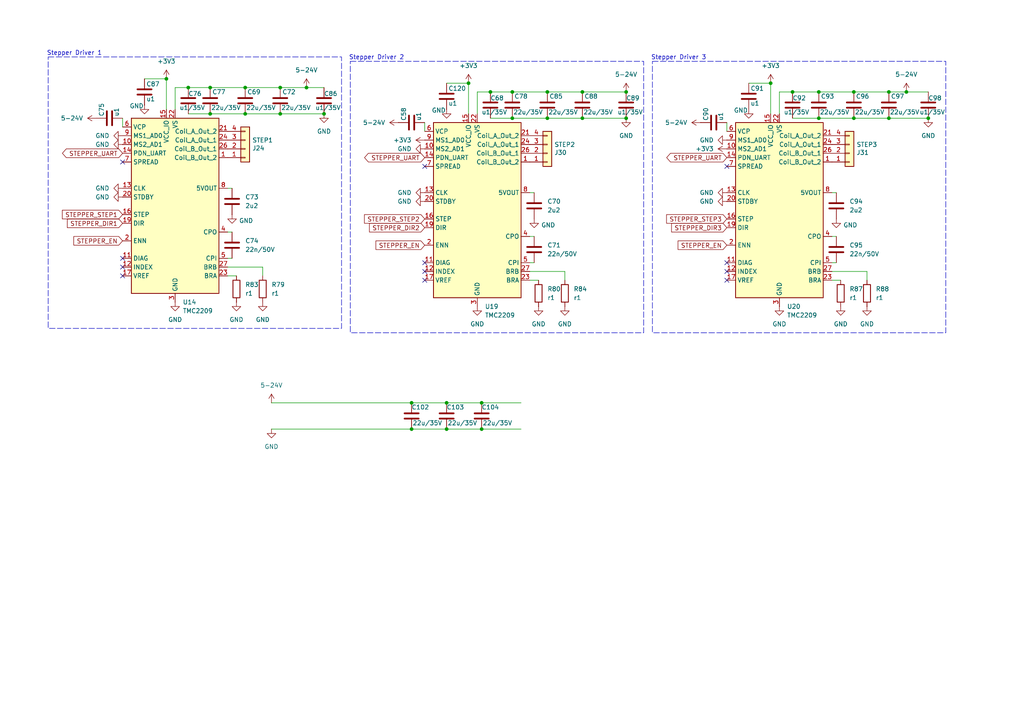
<source format=kicad_sch>
(kicad_sch (version 20231120) (generator "eeschema") (generator_version "8.0")
  (paper "A4")
  (lib_symbols
    (symbol "Connector_Generic:Conn_01x04" (pin_names (offset 1.016) hide)
      (property "Reference" "J" (at 0 5.08 0))
      (property "Value" "Conn_01x04" (at 0 -7.62 0))
      (symbol "Conn_01x04_1_1"
        (rectangle (start -1.27 -4.953) (end 0 -5.207) (stroke (width 0.1524)))
        (rectangle (start -1.27 -2.413) (end 0 -2.667) (stroke (width 0.1524)))
        (rectangle (start -1.27 0.127) (end 0 -0.127) (stroke (width 0.1524)))
        (rectangle (start -1.27 2.667) (end 0 2.413) (stroke (width 0.1524)))
        (rectangle (start -1.27 3.81) (end 1.27 -6.35) (stroke (width 0.254)) (fill (type background)))
        (pin passive line (at -5.08 2.54 0) (length 3.81) (name "Pin_1") (number "1"))
        (pin passive line (at -5.08 0 0) (length 3.81) (name "Pin_2") (number "2"))
        (pin passive line (at -5.08 -2.54 0) (length 3.81) (name "Pin_3") (number "3"))
        (pin passive line (at -5.08 -5.08 0) (length 3.81) (name "Pin_4") (number "4"))
      )
    )
    (symbol "Device:C" (pin_numbers hide) (pin_names (offset 0.254))
      (property "Reference" "C" (at 0.635 2.54 0))
      (property "Value" "C" (at 0.635 -2.54 0))
      (symbol "C_0_1"
        (polyline (pts (xy -2.032 -0.762) (xy 2.032 -0.762)) (stroke (width 0.508)))
        (polyline (pts (xy -2.032 0.762) (xy 2.032 0.762)) (stroke (width 0.508)))
      )
      (symbol "C_1_1"
        (pin passive line (at 0 3.81 270) (length 2.794) (name "~") (number "1"))
        (pin passive line (at 0 -3.81 90) (length 2.794) (name "~") (number "2"))
      )
    )
    (symbol "Device:R" (pin_numbers hide) (pin_names (offset 0))
      (property "Reference" "R" (at 2.032 0 90))
      (property "Value" "R" (at 0 0 90))
      (symbol "R_0_1"
        (rectangle (start -1.016 -2.54) (end 1.016 2.54) (stroke (width 0.254)))
      )
      (symbol "R_1_1"
        (pin passive line (at 0 3.81 270) (length 1.27) (name "~") (number "1"))
        (pin passive line (at 0 -3.81 90) (length 1.27) (name "~") (number "2"))
      )
    )
    (symbol "liebler_SEMICONDUCTORS:TMC2209"
      (property "Reference" "U" (at -12.7 -26.67 0))
      (property "Value" "TMC2209" (at 7.62 -26.67 0))
      (symbol "TMC2209_1_1"
        (rectangle (start -12.7 25.4) (end 12.7 -25.4) (stroke (width 0.254)) (fill (type background)))
        (pin output line (at 15.24 13.97 180) (length 2.54) (name "Coil_B_Out_2") (number "1"))
        (pin input line (at -15.24 17.78 0) (length 2.54) (name "MS2_AD1") (number "10"))
        (pin output line (at -15.24 -15.24 0) (length 2.54) (name "DIAG") (number "11"))
        (pin output line (at -15.24 -17.78 0) (length 2.54) (name "INDEX") (number "12"))
        (pin input line (at -15.24 5.08 0) (length 2.54) (name "CLK") (number "13"))
        (pin bidirectional line (at -15.24 15.24 0) (length 2.54) (name "PDN_UART") (number "14"))
        (pin power_in line (at -2.54 27.94 270) (length 2.54) (name "VCC_IO") (number "15"))
        (pin input line (at -15.24 -2.54 0) (length 2.54) (name "STEP") (number "16"))
        (pin input line (at -15.24 -20.32 0) (length 2.54) (name "VREF") (number "17"))
        (pin passive line (at 0 -27.94 90) (length 2.54) hide (name "GND") (number "18"))
        (pin input line (at -15.24 -5.08 0) (length 2.54) (name "DIR") (number "19"))
        (pin input line (at -15.24 -10.16 0) (length 2.54) (name "ENN") (number "2"))
        (pin input line (at -15.24 2.54 0) (length 2.54) (name "STDBY") (number "20"))
        (pin output line (at 15.24 21.59 180) (length 2.54) (name "Coil_A_Out_2") (number "21"))
        (pin power_in line (at 0 27.94 270) (length 2.54) (name "VS") (number "22"))
        (pin passive line (at 15.24 -20.32 180) (length 2.54) (name "BRA") (number "23"))
        (pin output line (at 15.24 19.05 180) (length 2.54) (name "Coil_A_Out_1") (number "24"))
        (pin no_connect line (at 12.7 0 180) (length 2.54) hide (name "NC") (number "25"))
        (pin output line (at 15.24 16.51 180) (length 2.54) (name "Coil_B_Out_1") (number "26"))
        (pin passive line (at 15.24 -17.78 180) (length 2.54) (name "BRB") (number "27"))
        (pin passive line (at 0 27.94 270) (length 2.54) hide (name "VS") (number "28"))
        (pin passive line (at 0 -27.94 90) (length 2.54) hide (name "PAD") (number "29"))
        (pin power_in line (at 0 -27.94 90) (length 2.54) (name "GND") (number "3"))
        (pin passive line (at 15.24 -7.62 180) (length 2.54) (name "CPO") (number "4"))
        (pin passive line (at 15.24 -15.24 180) (length 2.54) (name "CPI") (number "5"))
        (pin passive line (at -15.24 22.86 0) (length 2.54) (name "VCP") (number "6"))
        (pin input line (at -15.24 12.7 0) (length 2.54) (name "SPREAD") (number "7"))
        (pin power_out line (at 15.24 5.08 180) (length 2.54) (name "5VOUT") (number "8"))
        (pin input line (at -15.24 20.32 0) (length 2.54) (name "MS1_AD0") (number "9"))
      )
    )
    (symbol "power:+3V3" (power) (pin_numbers hide) (pin_names (offset 0) hide)
      (property "Value" "+3V3" (at 0 3.556 0))
      (symbol "+3V3_0_1"
        (polyline (pts (xy -0.762 1.27) (xy 0 2.54)))
        (polyline (pts (xy 0 0) (xy 0 2.54)))
        (polyline (pts (xy 0 2.54) (xy 0.762 1.27)))
      )
      (symbol "+3V3_1_1"
        (pin power_in line (at 0 0 90) (length 0) (name "~") (number "1"))
      )
    )
    (symbol "power:+VSW" (power) (pin_numbers hide) (pin_names (offset 0) hide)
      (property "Value" "+VSW" (at 0 3.556 0))
      (symbol "+VSW_0_1"
        (polyline (pts (xy -0.762 1.27) (xy 0 2.54)))
        (polyline (pts (xy 0 0) (xy 0 2.54)))
        (polyline (pts (xy 0 2.54) (xy 0.762 1.27)))
      )
      (symbol "+VSW_1_1"
        (pin power_in line (at 0 0 90) (length 0) (name "~") (number "1"))
      )
    )
    (symbol "power:GND" (power) (pin_numbers hide) (pin_names (offset 0) hide)
      (property "Value" "GND" (at 0 -3.81 0))
      (symbol "GND_0_1"
        (polyline (pts (xy 0 0) (xy 0 -1.27) (xy 1.27 -1.27) (xy 0 -2.54) (xy -1.27 -1.27) (xy 0 -1.27)))
      )
      (symbol "GND_1_1"
        (pin power_in line (at 0 0 270) (length 0) (name "~") (number "1"))
      )
    )
  )
  (junction (at 119.38 116.84))
  (junction (at 257.81 26.67))
  (junction (at 71.12 25.4))
  (junction (at 60.96 25.4))
  (junction (at 257.81 34.29))
  (junction (at 139.7 116.84))
  (junction (at 237.49 26.67))
  (junction (at 168.91 34.29))
  (junction (at 247.65 26.67))
  (junction (at 148.59 34.29))
  (junction (at 139.7 124.46))
  (junction (at 229.87 26.67))
  (junction (at 119.38 124.46))
  (junction (at 129.54 116.84))
  (junction (at 148.59 26.67))
  (junction (at 181.61 34.29))
  (junction (at 237.49 34.29))
  (junction (at 60.96 33.02))
  (junction (at 81.28 25.4))
  (junction (at 247.65 34.29))
  (junction (at 223.52 24.13))
  (junction (at 88.9 25.4))
  (junction (at 158.75 26.67))
  (junction (at 48.26 22.86))
  (junction (at 142.24 26.67))
  (junction (at 54.61 25.4))
  (junction (at 262.89 26.67))
  (junction (at 269.24 34.29))
  (junction (at 93.98 33.02))
  (junction (at 71.12 33.02))
  (junction (at 181.61 26.67))
  (junction (at 168.91 26.67))
  (junction (at 81.28 33.02))
  (junction (at 135.89 24.13))
  (junction (at 158.75 34.29))
  (junction (at 129.54 124.46))
  (no_connect (at 35.56 80.01))
  (no_connect (at 210.82 81.28))
  (no_connect (at 123.19 81.28))
  (no_connect (at 35.56 77.47))
  (no_connect (at 35.56 74.93))
  (no_connect (at 123.19 48.26))
  (no_connect (at 210.82 78.74))
  (no_connect (at 123.19 76.2))
  (no_connect (at 210.82 76.2))
  (no_connect (at 210.82 48.26))
  (no_connect (at 123.19 78.74))
  (no_connect (at 35.56 46.99))
  (wire (pts (xy 50.8 25.4) (xy 54.61 25.4)))
  (wire (pts (xy 257.81 26.67) (xy 262.89 26.67)))
  (wire (pts (xy 66.04 74.93) (xy 67.31 74.93)))
  (wire (pts (xy 241.3 68.58) (xy 242.57 68.58)))
  (wire (pts (xy 226.06 33.02) (xy 226.06 26.67)))
  (wire (pts (xy 241.3 78.74) (xy 251.46 78.74)))
  (wire (pts (xy 210.82 35.56) (xy 210.82 38.1)))
  (wire (pts (xy 54.61 25.4) (xy 60.96 25.4)))
  (wire (pts (xy 257.81 34.29) (xy 269.24 34.29)))
  (wire (pts (xy 153.67 68.58) (xy 154.94 68.58)))
  (wire (pts (xy 241.3 81.28) (xy 243.84 81.28)))
  (wire (pts (xy 119.38 116.84) (xy 129.54 116.84)))
  (wire (pts (xy 54.61 33.02) (xy 60.96 33.02)))
  (wire (pts (xy 153.67 81.28) (xy 156.21 81.28)))
  (wire (pts (xy 139.7 116.84) (xy 151.13 116.84)))
  (wire (pts (xy 129.54 116.84) (xy 139.7 116.84)))
  (wire (pts (xy 158.75 26.67) (xy 168.91 26.67)))
  (wire (pts (xy 60.96 25.4) (xy 71.12 25.4)))
  (wire (pts (xy 223.52 24.13) (xy 217.17 24.13)))
  (wire (pts (xy 139.7 124.46) (xy 151.13 124.46)))
  (wire (pts (xy 168.91 26.67) (xy 181.61 26.67)))
  (wire (pts (xy 81.28 33.02) (xy 93.98 33.02)))
  (wire (pts (xy 66.04 54.61) (xy 67.31 54.61)))
  (wire (pts (xy 66.04 67.31) (xy 67.31 67.31)))
  (wire (pts (xy 241.3 55.88) (xy 242.57 55.88)))
  (wire (pts (xy 262.89 26.67) (xy 269.24 26.67)))
  (wire (pts (xy 163.83 78.74) (xy 163.83 81.28)))
  (wire (pts (xy 241.3 76.2) (xy 242.57 76.2)))
  (wire (pts (xy 78.74 116.84) (xy 119.38 116.84)))
  (wire (pts (xy 135.89 33.02) (xy 135.89 24.13)))
  (wire (pts (xy 153.67 55.88) (xy 154.94 55.88)))
  (wire (pts (xy 71.12 25.4) (xy 81.28 25.4)))
  (wire (pts (xy 229.87 34.29) (xy 237.49 34.29)))
  (wire (pts (xy 60.96 33.02) (xy 71.12 33.02)))
  (wire (pts (xy 153.67 78.74) (xy 163.83 78.74)))
  (wire (pts (xy 226.06 26.67) (xy 229.87 26.67)))
  (wire (pts (xy 158.75 34.29) (xy 168.91 34.29)))
  (wire (pts (xy 223.52 33.02) (xy 223.52 24.13)))
  (wire (pts (xy 168.91 34.29) (xy 181.61 34.29)))
  (wire (pts (xy 142.24 26.67) (xy 148.59 26.67)))
  (wire (pts (xy 237.49 26.67) (xy 247.65 26.67)))
  (wire (pts (xy 50.8 31.75) (xy 50.8 25.4)))
  (wire (pts (xy 129.54 124.46) (xy 139.7 124.46)))
  (wire (pts (xy 142.24 34.29) (xy 148.59 34.29)))
  (wire (pts (xy 76.2 77.47) (xy 76.2 80.01)))
  (wire (pts (xy 237.49 34.29) (xy 247.65 34.29)))
  (wire (pts (xy 119.38 124.46) (xy 129.54 124.46)))
  (wire (pts (xy 251.46 78.74) (xy 251.46 81.28)))
  (wire (pts (xy 247.65 34.29) (xy 257.81 34.29)))
  (wire (pts (xy 66.04 77.47) (xy 76.2 77.47)))
  (wire (pts (xy 48.26 31.75) (xy 48.26 22.86)))
  (wire (pts (xy 148.59 34.29) (xy 158.75 34.29)))
  (wire (pts (xy 71.12 33.02) (xy 81.28 33.02)))
  (wire (pts (xy 123.19 35.56) (xy 123.19 38.1)))
  (wire (pts (xy 229.87 26.67) (xy 237.49 26.67)))
  (wire (pts (xy 138.43 33.02) (xy 138.43 26.67)))
  (wire (pts (xy 66.04 80.01) (xy 68.58 80.01)))
  (wire (pts (xy 81.28 25.4) (xy 88.9 25.4)))
  (wire (pts (xy 138.43 26.67) (xy 142.24 26.67)))
  (wire (pts (xy 78.74 124.46) (xy 119.38 124.46)))
  (wire (pts (xy 247.65 26.67) (xy 257.81 26.67)))
  (wire (pts (xy 135.89 24.13) (xy 129.54 24.13)))
  (wire (pts (xy 153.67 76.2) (xy 154.94 76.2)))
  (wire (pts (xy 148.59 26.67) (xy 158.75 26.67)))
  (wire (pts (xy 35.56 34.29) (xy 35.56 36.83)))
  (wire (pts (xy 88.9 25.4) (xy 93.98 25.4)))
  (wire (pts (xy 48.26 22.86) (xy 41.91 22.86)))
  (rectangle (start 189.23 17.78) (end 274.32 96.52) (stroke (width 0) (type dash)))
  (rectangle (start 13.97 16.51) (end 99.06 95.25) (stroke (width 0) (type dash)))
  (rectangle (start 101.6 17.78) (end 186.69 96.52) (stroke (width 0) (type dash)))
  (text "Stepper Driver 3" (at 196.85 16.764 0) (effects (font (size 1.27 1.27))))
  (text "Stepper Driver 1" (at 21.59 15.494 0) (effects (font (size 1.27 1.27))))
  (text "Stepper Driver 2" (at 109.22 16.764 0) (effects (font (size 1.27 1.27))))
  (global_label "STEPPER_EN" (shape input) (at 35.56 69.85 180) (property "Intersheetrefs" "${INTERSHEET_REFS}" (effects (hide yes))))
  (global_label "STEPPER_DIR3" (shape input) (at 210.82 66.04 180) (property "Intersheetrefs" "${INTERSHEET_REFS}" (effects (hide yes))))
  (global_label "STEPPER_STEP2" (shape input) (at 123.19 63.5 180) (property "Intersheetrefs" "${INTERSHEET_REFS}" (effects (hide yes))))
  (global_label "STEPPER_UART" (shape bidirectional) (at 210.82 45.72 180) (property "Intersheetrefs" "${INTERSHEET_REFS}" (effects (hide yes))))
  (global_label "STEPPER_STEP1" (shape input) (at 35.56 62.23 180) (property "Intersheetrefs" "${INTERSHEET_REFS}" (effects (hide yes))))
  (global_label "STEPPER_EN" (shape input) (at 210.82 71.12 180) (property "Intersheetrefs" "${INTERSHEET_REFS}" (effects (hide yes))))
  (global_label "STEPPER_DIR2" (shape input) (at 123.19 66.04 180) (property "Intersheetrefs" "${INTERSHEET_REFS}" (effects (hide yes))))
  (global_label "STEPPER_UART" (shape bidirectional) (at 123.19 45.72 180) (property "Intersheetrefs" "${INTERSHEET_REFS}" (effects (hide yes))))
  (global_label "STEPPER_STEP3" (shape input) (at 210.82 63.5 180) (property "Intersheetrefs" "${INTERSHEET_REFS}" (effects (hide yes))))
  (global_label "STEPPER_DIR1" (shape input) (at 35.56 64.77 180) (property "Intersheetrefs" "${INTERSHEET_REFS}" (effects (hide yes))))
  (global_label "STEPPER_UART" (shape bidirectional) (at 35.56 44.45 180) (property "Intersheetrefs" "${INTERSHEET_REFS}" (effects (hide yes))))
  (global_label "STEPPER_EN" (shape input) (at 123.19 71.12 180) (property "Intersheetrefs" "${INTERSHEET_REFS}" (effects (hide yes))))
  (symbol (lib_id "Device:C") (at 242.57 72.39 0) (unit 1)
    (property "Reference" "C95" (at 246.38 71.1199 0) (effects (justify left)))
    (property "Value" "22n/50V" (at 246.38 73.6599 0) (effects (justify left)))
    (property "Footprint" "Capacitor_SMD:C_0402_1005Metric" (effects (hide yes)))
    (property "Description" "Unpolarized capacitor" (effects (hide yes)))
    (property "MPN" "GRM155R71H223KA12D" (effects (hide yes)))
    (property "Manufacturer" "Murata Electronics" (effects (hide yes)))
  )
  (symbol (lib_id "power:GND") (at 269.24 34.29 0) (unit 1)
    (property "Reference" "#PWR0273" (effects (hide yes)))
    (property "Value" "GND" (at 269.24 39.37 0))
    (property "Description" "Power symbol creates a global label with name \"GND\" , ground" (effects (hide yes)))
  )
  (symbol (lib_id "Device:C") (at 71.12 29.21 180) (unit 1)
    (property "Reference" "C69" (at 73.66 26.67 0))
    (property "Value" "22u/35V" (at 75.692 31.242 0))
    (property "Footprint" "Capacitor_SMD:C_0805_2012Metric" (effects (hide yes)))
    (property "MPN" "CGA0805X5R106K350MT" (effects (hide yes)))
    (property "Manufacturer" "HRE" (effects (hide yes)))
  )
  (symbol (lib_id "Device:C") (at 31.75 34.29 90) (unit 1)
    (property "Reference" "C75" (at 29.464 33.782 0) (effects (justify left)))
    (property "Value" "u1" (at 33.782 33.782 0) (effects (justify left)))
    (property "Footprint" "Capacitor_SMD:C_0201_0603Metric" (effects (hide yes)))
    (property "Description" "Unpolarized capacitor" (effects (hide yes)))
    (property "MPN" "GRM033R61A104KE15D" (effects (hide yes)))
    (property "Manufacturer" "Murata Electronics" (effects (hide yes)))
  )
  (symbol (lib_id "power:+VSW") (at 203.2 35.56 90) (unit 1)
    (property "Reference" "#PWR0245" (effects (hide yes)))
    (property "Value" "5-24V" (at 199.39 35.5599 90) (effects (justify left)))
    (property "Description" "Power symbol creates a global label with name \"+VSW\"" (effects (hide yes)))
  )
  (symbol (lib_id "liebler_SEMICONDUCTORS:TMC2209") (at 226.06 60.96 0) (unit 1)
    (property "Reference" "U20" (at 228.2541 88.9 0) (effects (justify left)))
    (property "Value" "TMC2209" (at 228.2541 91.44 0) (effects (justify left)))
    (property "Footprint" "Package_DFN_QFN:QFN-28-1EP_5x5mm_P0.5mm_EP3.75x3.75mm_ThermalVias" (effects (hide yes)))
    (property "Datasheet" "https://www.analog.com/media/en/technical-documentation/data-sheets/TMC2202_TMC2208_TMC2224_datasheet_rev1.13.pdf" (effects (hide yes)))
    (property "Description" "Standalone driver for two-phase bipolar stepper motor, 2A, 4.75… 36V, UART, internal FETs, QFN28" (effects (hide yes)))
    (property "MPN" "TMC2209-LA-T" (effects (hide yes)))
    (property "Manufacturer" "TRINAMIC Motion Control GmbH" (effects (hide yes)))
  )
  (symbol (lib_id "power:GND") (at 41.91 30.48 0) (unit 1)
    (property "Reference" "#PWR0237" (effects (hide yes)))
    (property "Value" "GND" (at 39.624 30.734 0))
    (property "Description" "Power symbol creates a global label with name \"GND\" , ground" (effects (hide yes)))
  )
  (symbol (lib_id "liebler_SEMICONDUCTORS:TMC2209") (at 50.8 59.69 0) (unit 1)
    (property "Reference" "U14" (at 52.9941 87.63 0) (effects (justify left)))
    (property "Value" "TMC2209" (at 52.9941 90.17 0) (effects (justify left)))
    (property "Footprint" "Package_DFN_QFN:QFN-28-1EP_5x5mm_P0.5mm_EP3.75x3.75mm_ThermalVias" (effects (hide yes)))
    (property "Datasheet" "https://www.analog.com/media/en/technical-documentation/data-sheets/TMC2202_TMC2208_TMC2224_datasheet_rev1.13.pdf" (effects (hide yes)))
    (property "Description" "Standalone driver for two-phase bipolar stepper motor, 2A, 4.75… 36V, UART, internal FETs, QFN28" (effects (hide yes)))
    (property "MPN" "TMC2209-LA-T" (effects (hide yes)))
    (property "Manufacturer" "TRINAMIC Motion Control GmbH" (effects (hide yes)))
  )
  (symbol (lib_id "power:GND") (at 67.31 62.23 0) (unit 1)
    (property "Reference" "#PWR0174" (effects (hide yes)))
    (property "Value" "GND" (at 71.374 64.008 0))
    (property "Description" "Power symbol creates a global label with name \"GND\" , ground" (effects (hide yes)))
  )
  (symbol (lib_id "power:GND") (at 76.2 87.63 0) (unit 1)
    (property "Reference" "#PWR0173" (effects (hide yes)))
    (property "Value" "GND" (at 76.2 92.71 0))
    (property "Description" "Power symbol creates a global label with name \"GND\" , ground" (effects (hide yes)))
  )
  (symbol (lib_id "Connector_Generic:Conn_01x04") (at 246.38 44.45 0) (mirror x) (unit 1)
    (property "Reference" "J31" (at 248.412 44.2468 0) (effects (justify left)))
    (property "Value" "STEP3" (at 248.412 41.9354 0) (effects (justify left)))
    (property "Footprint" "liebler_CONN:JST_XH_S4B-XH-A-1_1x04_P2.50mm_Horizontal_SmallerCourtyard" (effects (hide yes)))
    (property "MPN" "XH-4AW" (effects (hide yes)))
    (property "Manufacturer" "BOOMELE(Boom Precision Elec)" (effects (hide yes)))
  )
  (symbol (lib_id "Device:C") (at 154.94 59.69 0) (unit 1)
    (property "Reference" "C70" (at 158.75 58.4199 0) (effects (justify left)))
    (property "Value" "2u2" (at 158.75 60.9599 0) (effects (justify left)))
    (property "Footprint" "Capacitor_SMD:C_0402_1005Metric" (effects (hide yes)))
    (property "Description" "Unpolarized capacitor" (effects (hide yes)))
    (property "MPN" "CL05A225MQ5NSNC" (effects (hide yes)))
    (property "Manufacturer" "Samsung Electro-Mechanics" (effects (hide yes)))
  )
  (symbol (lib_id "power:+VSW") (at 88.9 25.4 0) (unit 1)
    (property "Reference" "#PWR0257" (effects (hide yes)))
    (property "Value" "5-24V" (at 88.9 20.32 0))
    (property "Description" "Power symbol creates a global label with name \"+VSW\"" (effects (hide yes)))
  )
  (symbol (lib_id "power:+3V3") (at 223.52 24.13 0) (unit 1)
    (property "Reference" "#PWR0267" (effects (hide yes)))
    (property "Value" "+3V3" (at 223.52 19.05 0))
    (property "Description" "Power symbol creates a global label with name \"+3V3\"" (effects (hide yes)))
  )
  (symbol (lib_id "power:GND") (at 35.56 39.37 270) (unit 1)
    (property "Reference" "#PWR0242" (effects (hide yes)))
    (property "Value" "GND" (at 31.75 39.3699 90) (effects (justify right)))
    (property "Description" "Power symbol creates a global label with name \"GND\" , ground" (effects (hide yes)))
  )
  (symbol (lib_id "Device:C") (at 217.17 27.94 0) (unit 1)
    (property "Reference" "C91" (at 217.678 25.654 0) (effects (justify left)))
    (property "Value" "u1" (at 217.678 29.972 0) (effects (justify left)))
    (property "Footprint" "Capacitor_SMD:C_0201_0603Metric" (effects (hide yes)))
    (property "Description" "Unpolarized capacitor" (effects (hide yes)))
    (property "MPN" "GRM033R61A104KE15D" (effects (hide yes)))
    (property "Manufacturer" "Murata Electronics" (effects (hide yes)))
  )
  (symbol (lib_id "Device:R") (at 251.46 85.09 0) (unit 1)
    (property "Reference" "R88" (at 254 83.8199 0) (effects (justify left)))
    (property "Value" "r1" (at 254 86.3599 0) (effects (justify left)))
    (property "Footprint" "Resistor_SMD:R_1206_3216Metric" (effects (hide yes)))
    (property "Description" "Resistor" (effects (hide yes)))
    (property "MPN" "201007F100LT4E" (effects (hide yes)))
    (property "Manufacturer" "UNI-ROYAL(Uniroyal Elec)" (effects (hide yes)))
  )
  (symbol (lib_id "power:GND") (at 226.06 88.9 0) (unit 1)
    (property "Reference" "#PWR0268" (effects (hide yes)))
    (property "Value" "GND" (at 226.06 93.98 0))
    (property "Description" "Power symbol creates a global label with name \"GND\" , ground" (effects (hide yes)))
  )
  (symbol (lib_id "power:+3V3") (at 210.82 43.18 90) (unit 1)
    (property "Reference" "#PWR0248" (effects (hide yes)))
    (property "Value" "+3V3" (at 207.01 43.1799 90) (effects (justify left)))
    (property "Description" "Power symbol creates a global label with name \"+3V3\"" (effects (hide yes)))
  )
  (symbol (lib_id "Connector_Generic:Conn_01x04") (at 71.12 43.18 0) (mirror x) (unit 1)
    (property "Reference" "J24" (at 73.152 42.9768 0) (effects (justify left)))
    (property "Value" "STEP1" (at 73.152 40.6654 0) (effects (justify left)))
    (property "Footprint" "liebler_CONN:JST_XH_S4B-XH-A-1_1x04_P2.50mm_Horizontal_SmallerCourtyard" (effects (hide yes)))
    (property "MPN" "XH-4AW" (effects (hide yes)))
    (property "Manufacturer" "BOOMELE(Boom Precision Elec)" (effects (hide yes)))
  )
  (symbol (lib_id "power:GND") (at 68.58 87.63 0) (unit 1)
    (property "Reference" "#PWR0169" (effects (hide yes)))
    (property "Value" "GND" (at 68.58 92.71 0))
    (property "Description" "Power symbol creates a global label with name \"GND\" , ground" (effects (hide yes)))
  )
  (symbol (lib_id "power:GND") (at 210.82 58.42 270) (unit 1)
    (property "Reference" "#PWR0265" (effects (hide yes)))
    (property "Value" "GND" (at 207.01 58.4199 90) (effects (justify right)))
    (property "Description" "Power symbol creates a global label with name \"GND\" , ground" (effects (hide yes)))
  )
  (symbol (lib_id "Device:C") (at 158.75 30.48 180) (unit 1)
    (property "Reference" "C85" (at 161.29 27.94 0))
    (property "Value" "22u/35V" (at 163.322 32.512 0))
    (property "Footprint" "Capacitor_SMD:C_0805_2012Metric" (effects (hide yes)))
    (property "MPN" "CGA0805X5R106K350MT" (effects (hide yes)))
    (property "Manufacturer" "HRE" (effects (hide yes)))
  )
  (symbol (lib_id "Device:C") (at 181.61 30.48 0) (unit 1)
    (property "Reference" "C89" (at 181.61 28.448 0) (effects (justify left)))
    (property "Value" "u1/35V" (at 179.07 32.512 0) (effects (justify left)))
    (property "Footprint" "Capacitor_SMD:C_0603_1608Metric" (effects (hide yes)))
    (property "Description" "Unpolarized capacitor" (effects (hide yes)))
    (property "MPN" "CC0603KRX7R9BB104" (effects (hide yes)))
    (property "Manufacturer" "YAGEO" (effects (hide yes)))
  )
  (symbol (lib_id "power:GND") (at 123.19 55.88 270) (unit 1)
    (property "Reference" "#PWR0249" (effects (hide yes)))
    (property "Value" "GND" (at 119.38 55.8799 90) (effects (justify right)))
    (property "Description" "Power symbol creates a global label with name \"GND\" , ground" (effects (hide yes)))
  )
  (symbol (lib_id "Connector_Generic:Conn_01x04") (at 158.75 44.45 0) (mirror x) (unit 1)
    (property "Reference" "J30" (at 160.782 44.2468 0) (effects (justify left)))
    (property "Value" "STEP2" (at 160.782 41.9354 0) (effects (justify left)))
    (property "Footprint" "liebler_CONN:JST_XH_S4B-XH-A-1_1x04_P2.50mm_Horizontal_SmallerCourtyard" (effects (hide yes)))
    (property "MPN" "XH-4AW" (effects (hide yes)))
    (property "Manufacturer" "BOOMELE(Boom Precision Elec)" (effects (hide yes)))
  )
  (symbol (lib_id "power:+VSW") (at 262.89 26.67 0) (unit 1)
    (property "Reference" "#PWR0246" (effects (hide yes)))
    (property "Value" "5-24V" (at 262.89 21.59 0))
    (property "Description" "Power symbol creates a global label with name \"+VSW\"" (effects (hide yes)))
  )
  (symbol (lib_id "Device:C") (at 142.24 30.48 0) (unit 1)
    (property "Reference" "C68" (at 142.24 28.448 0) (effects (justify left)))
    (property "Value" "u1/35V" (at 139.7 32.512 0) (effects (justify left)))
    (property "Footprint" "Capacitor_SMD:C_0603_1608Metric" (effects (hide yes)))
    (property "Description" "Unpolarized capacitor" (effects (hide yes)))
    (property "MPN" "CC0603KRX7R9BB104" (effects (hide yes)))
    (property "Manufacturer" "YAGEO" (effects (hide yes)))
  )
  (symbol (lib_id "Device:R") (at 76.2 83.82 0) (unit 1)
    (property "Reference" "R79" (at 78.74 82.5499 0) (effects (justify left)))
    (property "Value" "r1" (at 78.74 85.0899 0) (effects (justify left)))
    (property "Footprint" "Resistor_SMD:R_1206_3216Metric" (effects (hide yes)))
    (property "Description" "Resistor" (effects (hide yes)))
    (property "MPN" "201007F100LT4E" (effects (hide yes)))
    (property "Manufacturer" "UNI-ROYAL(Uniroyal Elec)" (effects (hide yes)))
  )
  (symbol (lib_id "power:GND") (at 243.84 88.9 0) (unit 1)
    (property "Reference" "#PWR0270" (effects (hide yes)))
    (property "Value" "GND" (at 243.84 93.98 0))
    (property "Description" "Power symbol creates a global label with name \"GND\" , ground" (effects (hide yes)))
  )
  (symbol (lib_id "Device:C") (at 257.81 30.48 180) (unit 1)
    (property "Reference" "C97" (at 260.35 27.94 0))
    (property "Value" "22u/35V" (at 262.382 32.512 0))
    (property "Footprint" "Capacitor_SMD:C_0805_2012Metric" (effects (hide yes)))
    (property "MPN" "CGA0805X5R106K350MT" (effects (hide yes)))
    (property "Manufacturer" "HRE" (effects (hide yes)))
  )
  (symbol (lib_id "power:GND") (at 217.17 31.75 0) (unit 1)
    (property "Reference" "#PWR0266" (effects (hide yes)))
    (property "Value" "GND" (at 214.884 32.004 0))
    (property "Description" "Power symbol creates a global label with name \"GND\" , ground" (effects (hide yes)))
  )
  (symbol (lib_id "Device:C") (at 129.54 27.94 0) (unit 1)
    (property "Reference" "C120" (at 130.048 25.654 0) (effects (justify left)))
    (property "Value" "u1" (at 130.048 29.972 0) (effects (justify left)))
    (property "Footprint" "Capacitor_SMD:C_0201_0603Metric" (effects (hide yes)))
    (property "Description" "Unpolarized capacitor" (effects (hide yes)))
    (property "MPN" "GRM033R61A104KE15D" (effects (hide yes)))
    (property "Manufacturer" "Murata Electronics" (effects (hide yes)))
  )
  (symbol (lib_id "Device:C") (at 54.61 29.21 0) (unit 1)
    (property "Reference" "C76" (at 54.61 27.178 0) (effects (justify left)))
    (property "Value" "u1/35V" (at 52.07 31.242 0) (effects (justify left)))
    (property "Footprint" "Capacitor_SMD:C_0603_1608Metric" (effects (hide yes)))
    (property "Description" "Unpolarized capacitor" (effects (hide yes)))
    (property "MPN" "CC0603KRX7R9BB104" (effects (hide yes)))
    (property "Manufacturer" "YAGEO" (effects (hide yes)))
  )
  (symbol (lib_id "power:+3V3") (at 135.89 24.13 0) (unit 1)
    (property "Reference" "#PWR0252" (effects (hide yes)))
    (property "Value" "+3V3" (at 135.89 19.05 0))
    (property "Description" "Power symbol creates a global label with name \"+3V3\"" (effects (hide yes)))
  )
  (symbol (lib_id "power:+VSW") (at 181.61 26.67 0) (unit 1)
    (property "Reference" "#PWR0111" (effects (hide yes)))
    (property "Value" "5-24V" (at 181.61 21.59 0))
    (property "Description" "Power symbol creates a global label with name \"+VSW\"" (effects (hide yes)))
  )
  (symbol (lib_id "Device:C") (at 148.59 30.48 180) (unit 1)
    (property "Reference" "C78" (at 151.13 27.94 0))
    (property "Value" "22u/35V" (at 153.162 32.512 0))
    (property "Footprint" "Capacitor_SMD:C_0805_2012Metric" (effects (hide yes)))
    (property "MPN" "CGA0805X5R106K350MT" (effects (hide yes)))
    (property "Manufacturer" "HRE" (effects (hide yes)))
  )
  (symbol (lib_id "power:GND") (at 35.56 57.15 270) (unit 1)
    (property "Reference" "#PWR0241" (effects (hide yes)))
    (property "Value" "GND" (at 31.75 57.1499 90) (effects (justify right)))
    (property "Description" "Power symbol creates a global label with name \"GND\" , ground" (effects (hide yes)))
  )
  (symbol (lib_id "power:GND") (at 78.74 124.46 0) (unit 1)
    (property "Reference" "#PWR0261" (effects (hide yes)))
    (property "Value" "GND" (at 78.74 129.54 0))
    (property "Description" "Power symbol creates a global label with name \"GND\" , ground" (effects (hide yes)))
  )
  (symbol (lib_id "power:GND") (at 93.98 33.02 0) (unit 1)
    (property "Reference" "#PWR0208" (effects (hide yes)))
    (property "Value" "GND" (at 93.98 38.1 0))
    (property "Description" "Power symbol creates a global label with name \"GND\" , ground" (effects (hide yes)))
  )
  (symbol (lib_id "power:GND") (at 210.82 40.64 270) (unit 1)
    (property "Reference" "#PWR0263" (effects (hide yes)))
    (property "Value" "GND" (at 207.01 40.6399 90) (effects (justify right)))
    (property "Description" "Power symbol creates a global label with name \"GND\" , ground" (effects (hide yes)))
  )
  (symbol (lib_id "power:GND") (at 242.57 63.5 0) (unit 1)
    (property "Reference" "#PWR0269" (effects (hide yes)))
    (property "Value" "GND" (at 246.634 65.278 0))
    (property "Description" "Power symbol creates a global label with name \"GND\" , ground" (effects (hide yes)))
  )
  (symbol (lib_id "Device:C") (at 129.54 120.65 180) (unit 1)
    (property "Reference" "C103" (at 132.08 118.11 0))
    (property "Value" "22u/35V" (at 134.112 122.682 0))
    (property "Footprint" "Capacitor_SMD:C_0805_2012Metric" (effects (hide yes)))
    (property "MPN" "CGA0805X5R106K350MT" (effects (hide yes)))
    (property "Manufacturer" "HRE" (effects (hide yes)))
  )
  (symbol (lib_id "power:+VSW") (at 27.94 34.29 90) (unit 1)
    (property "Reference" "#PWR0218" (effects (hide yes)))
    (property "Value" "5-24V" (at 24.13 34.2899 90) (effects (justify left)))
    (property "Description" "Power symbol creates a global label with name \"+VSW\"" (effects (hide yes)))
  )
  (symbol (lib_id "power:GND") (at 181.61 34.29 0) (unit 1)
    (property "Reference" "#PWR0258" (effects (hide yes)))
    (property "Value" "GND" (at 181.61 39.37 0))
    (property "Description" "Power symbol creates a global label with name \"GND\" , ground" (effects (hide yes)))
  )
  (symbol (lib_id "Device:C") (at 154.94 72.39 0) (unit 1)
    (property "Reference" "C71" (at 158.75 71.1199 0) (effects (justify left)))
    (property "Value" "22n/50V" (at 158.75 73.6599 0) (effects (justify left)))
    (property "Footprint" "Capacitor_SMD:C_0402_1005Metric" (effects (hide yes)))
    (property "Description" "Unpolarized capacitor" (effects (hide yes)))
    (property "MPN" "GRM155R71H223KA12D" (effects (hide yes)))
    (property "Manufacturer" "Murata Electronics" (effects (hide yes)))
  )
  (symbol (lib_id "Device:C") (at 119.38 120.65 180) (unit 1)
    (property "Reference" "C102" (at 121.92 118.11 0))
    (property "Value" "22u/35V" (at 123.952 122.682 0))
    (property "Footprint" "Capacitor_SMD:C_0805_2012Metric" (effects (hide yes)))
    (property "MPN" "CGA0805X5R106K350MT" (effects (hide yes)))
    (property "Manufacturer" "HRE" (effects (hide yes)))
  )
  (symbol (lib_id "power:+VSW") (at 78.74 116.84 0) (unit 1)
    (property "Reference" "#PWR0260" (effects (hide yes)))
    (property "Value" "5-24V" (at 78.74 111.76 0))
    (property "Description" "Power symbol creates a global label with name \"+VSW\"" (effects (hide yes)))
  )
  (symbol (lib_id "Device:C") (at 168.91 30.48 180) (unit 1)
    (property "Reference" "C88" (at 171.45 27.94 0))
    (property "Value" "22u/35V" (at 173.482 32.512 0))
    (property "Footprint" "Capacitor_SMD:C_0805_2012Metric" (effects (hide yes)))
    (property "MPN" "CGA0805X5R106K350MT" (effects (hide yes)))
    (property "Manufacturer" "HRE" (effects (hide yes)))
  )
  (symbol (lib_id "Device:R") (at 68.58 83.82 0) (unit 1)
    (property "Reference" "R83" (at 71.12 82.5499 0) (effects (justify left)))
    (property "Value" "r1" (at 71.12 85.0899 0) (effects (justify left)))
    (property "Footprint" "Resistor_SMD:R_1206_3216Metric" (effects (hide yes)))
    (property "Description" "Resistor" (effects (hide yes)))
    (property "MPN" "201007F100LT4E" (effects (hide yes)))
    (property "Manufacturer" "UNI-ROYAL(Uniroyal Elec)" (effects (hide yes)))
  )
  (symbol (lib_id "liebler_SEMICONDUCTORS:TMC2209") (at 138.43 60.96 0) (unit 1)
    (property "Reference" "U19" (at 140.6241 88.9 0) (effects (justify left)))
    (property "Value" "TMC2209" (at 140.6241 91.44 0) (effects (justify left)))
    (property "Footprint" "Package_DFN_QFN:QFN-28-1EP_5x5mm_P0.5mm_EP3.75x3.75mm_ThermalVias" (effects (hide yes)))
    (property "Datasheet" "https://www.analog.com/media/en/technical-documentation/data-sheets/TMC2202_TMC2208_TMC2224_datasheet_rev1.13.pdf" (effects (hide yes)))
    (property "Description" "Standalone driver for two-phase bipolar stepper motor, 2A, 4.75… 36V, UART, internal FETs, QFN28" (effects (hide yes)))
    (property "MPN" "TMC2209-LA-T" (effects (hide yes)))
    (property "Manufacturer" "TRINAMIC Motion Control GmbH" (effects (hide yes)))
  )
  (symbol (lib_id "Device:C") (at 41.91 26.67 0) (unit 1)
    (property "Reference" "C87" (at 42.418 24.384 0) (effects (justify left)))
    (property "Value" "u1" (at 42.418 28.702 0) (effects (justify left)))
    (property "Footprint" "Capacitor_SMD:C_0201_0603Metric" (effects (hide yes)))
    (property "Description" "Unpolarized capacitor" (effects (hide yes)))
    (property "MPN" "GRM033R61A104KE15D" (effects (hide yes)))
    (property "Manufacturer" "Murata Electronics" (effects (hide yes)))
  )
  (symbol (lib_id "power:GND") (at 123.19 58.42 270) (unit 1)
    (property "Reference" "#PWR0250" (effects (hide yes)))
    (property "Value" "GND" (at 119.38 58.4199 90) (effects (justify right)))
    (property "Description" "Power symbol creates a global label with name \"GND\" , ground" (effects (hide yes)))
  )
  (symbol (lib_id "power:GND") (at 210.82 55.88 270) (unit 1)
    (property "Reference" "#PWR0264" (effects (hide yes)))
    (property "Value" "GND" (at 207.01 55.8799 90) (effects (justify right)))
    (property "Description" "Power symbol creates a global label with name \"GND\" , ground" (effects (hide yes)))
  )
  (symbol (lib_id "Device:C") (at 67.31 71.12 0) (unit 1)
    (property "Reference" "C74" (at 71.12 69.8499 0) (effects (justify left)))
    (property "Value" "22n/50V" (at 71.12 72.3899 0) (effects (justify left)))
    (property "Footprint" "Capacitor_SMD:C_0402_1005Metric" (effects (hide yes)))
    (property "Description" "Unpolarized capacitor" (effects (hide yes)))
    (property "MPN" "GRM155R71H223KA12D" (effects (hide yes)))
    (property "Manufacturer" "Murata Electronics" (effects (hide yes)))
  )
  (symbol (lib_id "Device:C") (at 67.31 58.42 0) (unit 1)
    (property "Reference" "C73" (at 71.12 57.1499 0) (effects (justify left)))
    (property "Value" "2u2" (at 71.12 59.6899 0) (effects (justify left)))
    (property "Footprint" "Capacitor_SMD:C_0402_1005Metric" (effects (hide yes)))
    (property "Description" "Unpolarized capacitor" (effects (hide yes)))
    (property "MPN" "CL05A225MQ5NSNC" (effects (hide yes)))
    (property "Manufacturer" "Samsung Electro-Mechanics" (effects (hide yes)))
  )
  (symbol (lib_id "Device:C") (at 229.87 30.48 0) (unit 1)
    (property "Reference" "C92" (at 229.87 28.448 0) (effects (justify left)))
    (property "Value" "u1/35V" (at 227.33 32.512 0) (effects (justify left)))
    (property "Footprint" "Capacitor_SMD:C_0603_1608Metric" (effects (hide yes)))
    (property "Description" "Unpolarized capacitor" (effects (hide yes)))
    (property "MPN" "CC0603KRX7R9BB104" (effects (hide yes)))
    (property "Manufacturer" "YAGEO" (effects (hide yes)))
  )
  (symbol (lib_id "power:GND") (at 138.43 88.9 0) (unit 1)
    (property "Reference" "#PWR0253" (effects (hide yes)))
    (property "Value" "GND" (at 138.43 93.98 0))
    (property "Description" "Power symbol creates a global label with name \"GND\" , ground" (effects (hide yes)))
  )
  (symbol (lib_id "power:GND") (at 163.83 88.9 0) (unit 1)
    (property "Reference" "#PWR0256" (effects (hide yes)))
    (property "Value" "GND" (at 163.83 93.98 0))
    (property "Description" "Power symbol creates a global label with name \"GND\" , ground" (effects (hide yes)))
  )
  (symbol (lib_id "Device:C") (at 247.65 30.48 180) (unit 1)
    (property "Reference" "C96" (at 250.19 27.94 0))
    (property "Value" "22u/35V" (at 252.222 32.512 0))
    (property "Footprint" "Capacitor_SMD:C_0805_2012Metric" (effects (hide yes)))
    (property "MPN" "CGA0805X5R106K350MT" (effects (hide yes)))
    (property "Manufacturer" "HRE" (effects (hide yes)))
  )
  (symbol (lib_id "Device:C") (at 93.98 29.21 0) (unit 1)
    (property "Reference" "C86" (at 93.98 27.178 0) (effects (justify left)))
    (property "Value" "u1/35V" (at 91.44 31.242 0) (effects (justify left)))
    (property "Footprint" "Capacitor_SMD:C_0603_1608Metric" (effects (hide yes)))
    (property "Description" "Unpolarized capacitor" (effects (hide yes)))
    (property "MPN" "CC0603KRX7R9BB104" (effects (hide yes)))
    (property "Manufacturer" "YAGEO" (effects (hide yes)))
  )
  (symbol (lib_id "Device:R") (at 156.21 85.09 0) (unit 1)
    (property "Reference" "R80" (at 158.75 83.8199 0) (effects (justify left)))
    (property "Value" "r1" (at 158.75 86.3599 0) (effects (justify left)))
    (property "Footprint" "Resistor_SMD:R_1206_3216Metric" (effects (hide yes)))
    (property "Description" "Resistor" (effects (hide yes)))
    (property "MPN" "201007F100LT4E" (effects (hide yes)))
    (property "Manufacturer" "UNI-ROYAL(Uniroyal Elec)" (effects (hide yes)))
  )
  (symbol (lib_id "Device:C") (at 119.38 35.56 90) (unit 1)
    (property "Reference" "C58" (at 117.094 35.052 0) (effects (justify left)))
    (property "Value" "u1" (at 121.412 35.052 0) (effects (justify left)))
    (property "Footprint" "Capacitor_SMD:C_0201_0603Metric" (effects (hide yes)))
    (property "Description" "Unpolarized capacitor" (effects (hide yes)))
    (property "MPN" "GRM033R61A104KE15D" (effects (hide yes)))
    (property "Manufacturer" "Murata Electronics" (effects (hide yes)))
  )
  (symbol (lib_id "power:GND") (at 251.46 88.9 0) (unit 1)
    (property "Reference" "#PWR0271" (effects (hide yes)))
    (property "Value" "GND" (at 251.46 93.98 0))
    (property "Description" "Power symbol creates a global label with name \"GND\" , ground" (effects (hide yes)))
  )
  (symbol (lib_id "power:+3V3") (at 123.19 40.64 90) (unit 1)
    (property "Reference" "#PWR0262" (effects (hide yes)))
    (property "Value" "+3V3" (at 119.38 40.6399 90) (effects (justify left)))
    (property "Description" "Power symbol creates a global label with name \"+3V3\"" (effects (hide yes)))
  )
  (symbol (lib_id "Device:C") (at 139.7 120.65 180) (unit 1)
    (property "Reference" "C104" (at 142.24 118.11 0))
    (property "Value" "22u/35V" (at 144.272 122.682 0))
    (property "Footprint" "Capacitor_SMD:C_0805_2012Metric" (effects (hide yes)))
    (property "MPN" "CGA0805X5R106K350MT" (effects (hide yes)))
    (property "Manufacturer" "HRE" (effects (hide yes)))
  )
  (symbol (lib_id "power:GND") (at 129.54 31.75 0) (unit 1)
    (property "Reference" "#PWR0251" (effects (hide yes)))
    (property "Value" "GND" (at 127.254 32.004 0))
    (property "Description" "Power symbol creates a global label with name \"GND\" , ground" (effects (hide yes)))
  )
  (symbol (lib_id "Device:C") (at 242.57 59.69 0) (unit 1)
    (property "Reference" "C94" (at 246.38 58.4199 0) (effects (justify left)))
    (property "Value" "2u2" (at 246.38 60.9599 0) (effects (justify left)))
    (property "Footprint" "Capacitor_SMD:C_0402_1005Metric" (effects (hide yes)))
    (property "Description" "Unpolarized capacitor" (effects (hide yes)))
    (property "MPN" "CL05A225MQ5NSNC" (effects (hide yes)))
    (property "Manufacturer" "Samsung Electro-Mechanics" (effects (hide yes)))
  )
  (symbol (lib_id "Device:C") (at 269.24 30.48 0) (unit 1)
    (property "Reference" "C98" (at 269.24 28.448 0) (effects (justify left)))
    (property "Value" "u1/35V" (at 266.7 32.512 0) (effects (justify left)))
    (property "Footprint" "Capacitor_SMD:C_0603_1608Metric" (effects (hide yes)))
    (property "Description" "Unpolarized capacitor" (effects (hide yes)))
    (property "MPN" "CC0603KRX7R9BB104" (effects (hide yes)))
    (property "Manufacturer" "YAGEO" (effects (hide yes)))
  )
  (symbol (lib_id "power:GND") (at 154.94 63.5 0) (unit 1)
    (property "Reference" "#PWR0254" (effects (hide yes)))
    (property "Value" "GND" (at 159.004 65.278 0))
    (property "Description" "Power symbol creates a global label with name \"GND\" , ground" (effects (hide yes)))
  )
  (symbol (lib_id "Device:R") (at 163.83 85.09 0) (unit 1)
    (property "Reference" "R84" (at 166.37 83.8199 0) (effects (justify left)))
    (property "Value" "r1" (at 166.37 86.3599 0) (effects (justify left)))
    (property "Footprint" "Resistor_SMD:R_1206_3216Metric" (effects (hide yes)))
    (property "Description" "Resistor" (effects (hide yes)))
    (property "MPN" "201007F100LT4E" (effects (hide yes)))
    (property "Manufacturer" "UNI-ROYAL(Uniroyal Elec)" (effects (hide yes)))
  )
  (symbol (lib_id "Device:C") (at 60.96 29.21 180) (unit 1)
    (property "Reference" "C77" (at 63.5 26.67 0))
    (property "Value" "22u/35V" (at 65.532 31.242 0))
    (property "Footprint" "Capacitor_SMD:C_0805_2012Metric" (effects (hide yes)))
    (property "MPN" "CGA0805X5R106K350MT" (effects (hide yes)))
    (property "Manufacturer" "HRE" (effects (hide yes)))
  )
  (symbol (lib_id "power:GND") (at 156.21 88.9 0) (unit 1)
    (property "Reference" "#PWR0255" (effects (hide yes)))
    (property "Value" "GND" (at 156.21 93.98 0))
    (property "Description" "Power symbol creates a global label with name \"GND\" , ground" (effects (hide yes)))
  )
  (symbol (lib_id "Device:R") (at 243.84 85.09 0) (unit 1)
    (property "Reference" "R87" (at 246.38 83.8199 0) (effects (justify left)))
    (property "Value" "r1" (at 246.38 86.3599 0) (effects (justify left)))
    (property "Footprint" "Resistor_SMD:R_1206_3216Metric" (effects (hide yes)))
    (property "Description" "Resistor" (effects (hide yes)))
    (property "MPN" "201007F100LT4E" (effects (hide yes)))
    (property "Manufacturer" "UNI-ROYAL(Uniroyal Elec)" (effects (hide yes)))
  )
  (symbol (lib_id "power:GND") (at 123.19 43.18 270) (unit 1)
    (property "Reference" "#PWR0247" (effects (hide yes)))
    (property "Value" "GND" (at 119.38 43.1799 90) (effects (justify right)))
    (property "Description" "Power symbol creates a global label with name \"GND\" , ground" (effects (hide yes)))
  )
  (symbol (lib_id "power:+3V3") (at 48.26 22.86 0) (unit 1)
    (property "Reference" "#PWR0221" (effects (hide yes)))
    (property "Value" "+3V3" (at 48.26 17.78 0))
    (property "Description" "Power symbol creates a global label with name \"+3V3\"" (effects (hide yes)))
  )
  (symbol (lib_id "Device:C") (at 207.01 35.56 90) (unit 1)
    (property "Reference" "C90" (at 204.724 35.052 0) (effects (justify left)))
    (property "Value" "u1" (at 209.042 35.052 0) (effects (justify left)))
    (property "Footprint" "Capacitor_SMD:C_0201_0603Metric" (effects (hide yes)))
    (property "Description" "Unpolarized capacitor" (effects (hide yes)))
    (property "MPN" "GRM033R61A104KE15D" (effects (hide yes)))
    (property "Manufacturer" "Murata Electronics" (effects (hide yes)))
  )
  (symbol (lib_id "Device:C") (at 237.49 30.48 180) (unit 1)
    (property "Reference" "C93" (at 240.03 27.94 0))
    (property "Value" "22u/35V" (at 242.062 32.512 0))
    (property "Footprint" "Capacitor_SMD:C_0805_2012Metric" (effects (hide yes)))
    (property "MPN" "CGA0805X5R106K350MT" (effects (hide yes)))
    (property "Manufacturer" "HRE" (effects (hide yes)))
  )
  (symbol (lib_id "power:GND") (at 35.56 41.91 270) (unit 1)
    (property "Reference" "#PWR0243" (effects (hide yes)))
    (property "Value" "GND" (at 31.75 41.9099 90) (effects (justify right)))
    (property "Description" "Power symbol creates a global label with name \"GND\" , ground" (effects (hide yes)))
  )
  (symbol (lib_id "power:+VSW") (at 115.57 35.56 90) (unit 1)
    (property "Reference" "#PWR0236" (effects (hide yes)))
    (property "Value" "5-24V" (at 111.76 35.5599 90) (effects (justify left)))
    (property "Description" "Power symbol creates a global label with name \"+VSW\"" (effects (hide yes)))
  )
  (symbol (lib_id "power:GND") (at 35.56 54.61 270) (unit 1)
    (property "Reference" "#PWR0240" (effects (hide yes)))
    (property "Value" "GND" (at 31.75 54.6099 90) (effects (justify right)))
    (property "Description" "Power symbol creates a global label with name \"GND\" , ground" (effects (hide yes)))
  )
  (symbol (lib_id "Device:C") (at 81.28 29.21 180) (unit 1)
    (property "Reference" "C72" (at 83.82 26.67 0))
    (property "Value" "22u/35V" (at 85.852 31.242 0))
    (property "Footprint" "Capacitor_SMD:C_0805_2012Metric" (effects (hide yes)))
    (property "MPN" "CGA0805X5R106K350MT" (effects (hide yes)))
    (property "Manufacturer" "HRE" (effects (hide yes)))
  )
  (symbol (lib_id "power:GND") (at 50.8 87.63 0) (unit 1)
    (property "Reference" "#PWR0192" (effects (hide yes)))
    (property "Value" "GND" (at 50.8 92.71 0))
    (property "Description" "Power symbol creates a global label with name \"GND\" , ground" (effects (hide yes)))
  )
)
</source>
